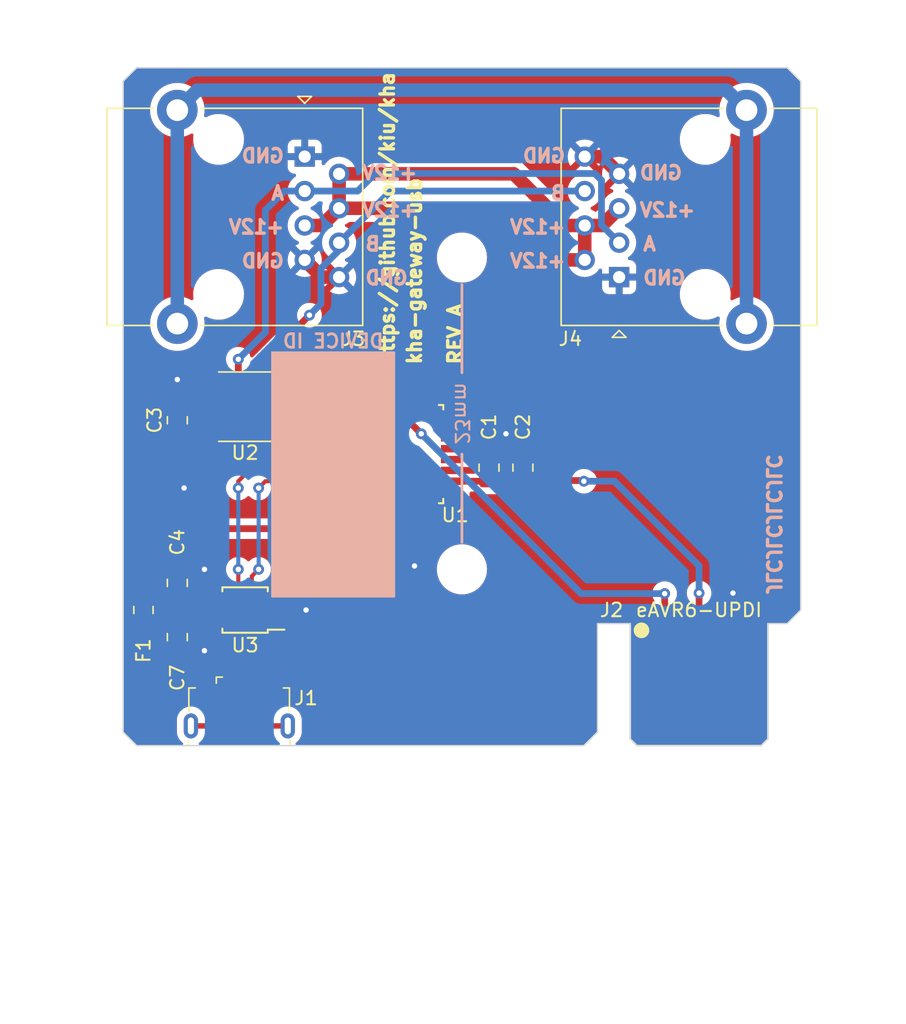
<source format=kicad_pcb>
(kicad_pcb (version 20221018) (generator pcbnew)
  (layers (0 "F.Cu" signal) (31 "B.Cu" signal) (34 "B.Paste" user) (35 "F.Paste" user) (36 "B.SilkS" user "B.Silkscreen") (37 "F.SilkS" user "F.Silkscreen") (38 "B.Mask" user) (39 "F.Mask" user) (44 "Edge.Cuts" user))
  (net 0 "")
  (net 1 "+5V")
  (net 2 "GND")
  (net 3 "UPDI")
  (net 4 "Net-(U3-V3)")
  (net 5 "BUS_RX")
  (net 6 "BUS_DIR")
  (net 7 "BUS_TX")
  (net 8 "Net-(J1-VBUS)")
  (net 9 "Net-(J1-D-)")
  (net 25 "+12V")
  (net 27 "485A")
  (net 28 "485B")
  (net 29 "Net-(J1-D+)")
  (net 33 "unconnected-(J1-Shield-Pad6)")
  (net 34 "Net-(J3-PadSH)")
  (net 35 "USB_TX")
  (net 36 "USB_RX")
  (footprint "Fuse:Fuse_0805_2012Metric" (layer "F.Cu") (at 90.5 78 90)
    (fp_text reference "F1" (at -3 0 90) (layer "F.SilkS"))
    (fp_text value "Polyfuse")
    (fp_line (start -0.258578 -0.71) (end 0.258578 -0.71) (stroke (width 0.12)) (layer "F.SilkS"))
    (fp_line (start -0.258578 0.71) (end 0.258578 0.71) (stroke (width 0.12)) (layer "F.SilkS"))
    (pad "1" smd roundrect (at -0.9375 0 90) (size 0.975 1.4) (layers "F.Cu" "F.Paste" "F.Mask") (net 8 "Net-(J1-VBUS)"))
    (pad "2" smd roundrect (at 0.9375 0 90) (size 0.975 1.4) (layers "F.Cu" "F.Paste" "F.Mask") (net 1 "+5V"))
  )
  (footprint "MountingHole:MountingHole_3.2mm_M3_DIN965" (layer "F.Cu") (at 114 52)
    (fp_text reference "H1" hide)
    (fp_text value "MountingHole")
    (pad "" np_thru_hole circle (at 0 0) (size 3.2 3.2) (drill 3.2) (layers "*.Cu" "*.Mask"))
  )
  (footprint "Package_SO:MSOP-10_3x3mm_P0.5mm" (layer "F.Cu") (at 98 78 180)
    (fp_text reference "U3" (at 0 -2.6) (layer "F.SilkS"))
    (fp_text value "CH340E")
    (fp_line (start -1.675 -1.675) (end -1.675 -1.45) (stroke (width 0.15)) (layer "F.SilkS"))
    (fp_line (start -1.675 -1.675) (end 1.675 -1.675) (stroke (width 0.15)) (layer "F.SilkS"))
    (fp_line (start -1.675 -1.45) (end -2.9 -1.45) (stroke (width 0.15)) (layer "F.SilkS"))
    (fp_line (start -1.675 1.675) (end -1.675 1.375) (stroke (width 0.15)) (layer "F.SilkS"))
    (fp_line (start -1.675 1.675) (end 1.675 1.675) (stroke (width 0.15)) (layer "F.SilkS"))
    (fp_line (start 1.675 -1.675) (end 1.675 -1.375) (stroke (width 0.15)) (layer "F.SilkS"))
    (fp_line (start 1.675 1.675) (end 1.675 1.375) (stroke (width 0.15)) (layer "F.SilkS"))
    (pad "1" smd rect (at -2.2 -1 180) (size 1.4 0.3) (layers "F.Cu" "F.Paste" "F.Mask") (net 29 "Net-(J1-D+)"))
    (pad "2" smd rect (at -2.2 -0.5 180) (size 1.4 0.3) (layers "F.Cu" "F.Paste" "F.Mask") (net 9 "Net-(J1-D-)"))
    (pad "3" smd rect (at -2.2 0 180) (size 1.4 0.3) (layers "F.Cu" "F.Paste" "F.Mask") (net 2 "GND"))
    (pad "4" smd rect (at -2.2 0.5 180) (size 1.4 0.3) (layers "F.Cu" "F.Paste" "F.Mask"))
    (pad "5" smd rect (at -2.2 1 180) (size 1.4 0.3) (layers "F.Cu" "F.Paste" "F.Mask"))
    (pad "6" smd rect (at 2.2 1 180) (size 1.4 0.3) (layers "F.Cu" "F.Paste" "F.Mask"))
    (pad "7" smd rect (at 2.2 0.5 180) (size 1.4 0.3) (layers "F.Cu" "F.Paste" "F.Mask") (net 1 "+5V"))
    (pad "8" smd rect (at 2.2 0 180) (size 1.4 0.3) (layers "F.Cu" "F.Paste" "F.Mask") (net 35 "USB_TX"))
    (pad "9" smd rect (at 2.2 -0.5 180) (size 1.4 0.3) (layers "F.Cu" "F.Paste" "F.Mask") (net 36 "USB_RX"))
    (pad "10" smd rect (at 2.2 -1 180) (size 1.4 0.3) (layers "F.Cu" "F.Paste" "F.Mask") (net 4 "Net-(U3-V3)"))
  )
  (footprint "kiu:GDLX-S-88K" (layer "F.Cu") (at 93 49 -90)
    (fp_text reference "J3" (at 9 -13 unlocked) (layer "F.SilkS"))
    (fp_text value "RJ45_Shielded")
    (fp_line (start -8.886 -9.906) (end -8.886 -8.89) (stroke (width 0.12)) (layer "F.SilkS"))
    (fp_line (start -8.886 -8.89) (end -8.378 -9.398) (stroke (width 0.12)) (layer "F.SilkS"))
    (fp_line (start -8.378 -9.398) (end -8.886 -9.906) (stroke (width 0.12)) (layer "F.SilkS"))
    (fp_line (start -8.01 -13.678) (end -8.01 -1.748) (stroke (width 0.12)) (layer "F.SilkS"))
    (fp_line (start -8.01 1.752) (end -8.01 5.192) (stroke (width 0.12)) (layer "F.SilkS"))
    (fp_line (start 8.01 -13.678) (end -8.01 -13.678) (stroke (width 0.12)) (layer "F.SilkS"))
    (fp_line (start 8.01 -13.678) (end 8.01 -1.748) (stroke (width 0.12)) (layer "F.SilkS"))
    (fp_line (start 8.01 1.752) (end 8.01 5.192) (stroke (width 0.12)) (layer "F.SilkS"))
    (fp_line (start 8.01 5.192) (end -8.01 5.192) (stroke (width 0.12)) (layer "F.SilkS"))
    (pad "" np_thru_hole circle (at -5.715 -3.048 270) (size 3.25 3.25) (drill 3.25) (layers "*.Cu" "*.Mask"))
    (pad "" np_thru_hole circle (at 5.715 -3.048 90) (size 3.25 3.25) (drill 3.25) (layers "*.Cu" "*.Mask"))
    (pad "1" thru_hole rect (at -4.445 -9.398 90) (size 1.5 1.5) (drill 0.9) (layers "*.Cu" "*.Mask") (net 2 "GND"))
    (pad "2" thru_hole circle (at -3.175 -11.938 90) (size 1.5 1.5) (drill 0.9) (layers "*.Cu" "*.Mask") (net 25 "+12V"))
    (pad "3" thru_hole circle (at -1.905 -9.398 90) (size 1.5 1.5) (drill 0.9) (layers "*.Cu" "*.Mask") (net 27 "485A"))
    (pad "4" thru_hole circle (at -0.635 -11.938 90) (size 1.5 1.5) (drill 0.9) (layers "*.Cu" "*.Mask") (net 25 "+12V"))
    (pad "5" thru_hole circle (at 0.635 -9.398 90) (size 1.5 1.5) (drill 0.9) (layers "*.Cu" "*.Mask") (net 25 "+12V"))
    (pad "6" thru_hole circle (at 1.905 -11.938 90) (size 1.5 1.5) (drill 0.9) (layers "*.Cu" "*.Mask") (net 28 "485B"))
    (pad "7" thru_hole circle (at 3.175 -9.398 90) (size 1.5 1.5) (drill 0.9) (layers "*.Cu" "*.Mask") (net 2 "GND"))
    (pad "8" thru_hole circle (at 4.445 -11.938 90) (size 1.5 1.5) (drill 0.9) (layers "*.Cu" "*.Mask") (net 2 "GND"))
    (pad "SH" thru_hole circle (at -7.874 0.002 270) (size 3 3) (drill 1.6) (layers "*.Cu" "*.Mask") (net 34 "Net-(J3-PadSH)"))
    (pad "SH" thru_hole circle (at 7.874 0 90) (size 3 3) (drill 1.6) (layers "*.Cu" "*.Mask") (net 34 "Net-(J3-PadSH)"))
  )
  (footprint "MountingHole:MountingHole_3.2mm_M3_DIN965" (layer "F.Cu") (at 114 75)
    (fp_text reference "H2" hide)
    (fp_text value "MountingHole")
    (pad "" np_thru_hole circle (at 0 0) (size 3.2 3.2) (drill 3.2) (layers "*.Cu" "*.Mask"))
  )
  (footprint "Package_QFP:TQFP-32_7x7mm_P0.8mm" (layer "F.Cu") (at 109 66.5)
    (fp_text reference "U1" (at 4.5 4.5) (layer "F.SilkS"))
    (fp_text value "AVR64DD32")
    (fp_line (start -3.625 -3.625) (end -3.625 -3.4) (stroke (width 0.15)) (layer "F.SilkS"))
    (fp_line (start -3.625 -3.625) (end -3.3 -3.625) (stroke (width 0.15)) (layer "F.SilkS"))
    (fp_line (start -3.625 -3.4) (end -5.05 -3.4) (stroke (width 0.15)) (layer "F.SilkS"))
    (fp_line (start -3.625 3.625) (end -3.625 3.3) (stroke (width 0.15)) (layer "F.SilkS"))
    (fp_line (start -3.625 3.625) (end -3.3 3.625) (stroke (width 0.15)) (layer "F.SilkS"))
    (fp_line (start 3.625 -3.625) (end 3.3 -3.625) (stroke (width 0.15)) (layer "F.SilkS"))
    (fp_line (start 3.625 -3.625) (end 3.625 -3.3) (stroke (width 0.15)) (layer "F.SilkS"))
    (fp_line (start 3.625 3.625) (end 3.3 3.625) (stroke (width 0.15)) (layer "F.SilkS"))
    (fp_line (start 3.625 3.625) (end 3.625 3.3) (stroke (width 0.15)) (layer "F.SilkS"))
    (pad "1" smd rect (at -4.25 -2.8) (size 1.6 0.55) (layers "F.Cu" "F.Paste" "F.Mask") (net 6 "BUS_DIR"))
    (pad "2" smd rect (at -4.25 -2) (size 1.6 0.55) (layers "F.Cu" "F.Paste" "F.Mask"))
    (pad "3" smd rect (at -4.25 -1.2) (size 1.6 0.55) (layers "F.Cu" "F.Paste" "F.Mask"))
    (pad "4" smd rect (at -4.25 -0.4) (size 1.6 0.55) (layers "F.Cu" "F.Paste" "F.Mask"))
    (pad "5" smd rect (at -4.25 0.4) (size 1.6 0.55) (layers "F.Cu" "F.Paste" "F.Mask"))
    (pad "6" smd rect (at -4.25 1.2) (size 1.6 0.55) (layers "F.Cu" "F.Paste" "F.Mask") (net 35 "USB_TX"))
    (pad "7" smd rect (at -4.25 2) (size 1.6 0.55) (layers "F.Cu" "F.Paste" "F.Mask") (net 36 "USB_RX"))
    (pad "8" smd rect (at -4.25 2.8) (size 1.6 0.55) (layers "F.Cu" "F.Paste" "F.Mask"))
    (pad "9" smd rect (at -2.8 4.25 90) (size 1.6 0.55) (layers "F.Cu" "F.Paste" "F.Mask"))
    (pad "10" smd rect (at -2 4.25 90) (size 1.6 0.55) (layers "F.Cu" "F.Paste" "F.Mask") (net 1 "+5V"))
    (pad "11" smd rect (at -1.2 4.25 90) (size 1.6 0.55) (layers "F.Cu" "F.Paste" "F.Mask"))
    (pad "12" smd rect (at -0.4 4.25 90) (size 1.6 0.55) (layers "F.Cu" "F.Paste" "F.Mask"))
    (pad "13" smd rect (at 0.4 4.25 90) (size 1.6 0.55) (layers "F.Cu" "F.Paste" "F.Mask"))
    (pad "14" smd rect (at 1.2 4.25 90) (size 1.6 0.55) (layers "F.Cu" "F.Paste" "F.Mask"))
    (pad "15" smd rect (at 2 4.25 90) (size 1.6 0.55) (layers "F.Cu" "F.Paste" "F.Mask"))
    (pad "16" smd rect (at 2.8 4.25 90) (size 1.6 0.55) (layers "F.Cu" "F.Paste" "F.Mask"))
    (pad "17" smd rect (at 4.25 2.8) (size 1.6 0.55) (layers "F.Cu" "F.Paste" "F.Mask"))
    (pad "18" smd rect (at 4.25 2) (size 1.6 0.55) (layers "F.Cu" "F.Paste" "F.Mask") (net 1 "+5V"))
    (pad "19" smd rect (at 4.25 1.2) (size 1.6 0.55) (layers "F.Cu" "F.Paste" "F.Mask") (net 2 "GND"))
    (pad "20" smd rect (at 4.25 0.4) (size 1.6 0.55) (layers "F.Cu" "F.Paste" "F.Mask"))
    (pad "21" smd rect (at 4.25 -0.4) (size 1.6 0.55) (layers "F.Cu" "F.Paste" "F.Mask"))
    (pad "22" smd rect (at 4.25 -1.2) (size 1.6 0.55) (layers "F.Cu" "F.Paste" "F.Mask"))
    (pad "23" smd rect (at 4.25 -2) (size 1.6 0.55) (layers "F.Cu" "F.Paste" "F.Mask"))
    (pad "24" smd rect (at 4.25 -2.8) (size 1.6 0.55) (layers "F.Cu" "F.Paste" "F.Mask"))
    (pad "25" smd rect (at 2.8 -4.25 90) (size 1.6 0.55) (layers "F.Cu" "F.Paste" "F.Mask"))
    (pad "26" smd rect (at 2 -4.25 90) (size 1.6 0.55) (layers "F.Cu" "F.Paste" "F.Mask"))
    (pad "27" smd rect (at 1.2 -4.25 90) (size 1.6 0.55) (layers "F.Cu" "F.Paste" "F.Mask") (net 3 "UPDI"))
    (pad "28" smd rect (at 0.4 -4.25 90) (size 1.6 0.55) (layers "F.Cu" "F.Paste" "F.Mask") (net 1 "+5V"))
    (pad "29" smd rect (at -0.4 -4.25 90) (size 1.6 0.55) (layers "F.Cu" "F.Paste" "F.Mask") (net 2 "GND"))
    (pad "30" smd rect (at -1.2 -4.25 90) (size 1.6 0.55) (layers "F.Cu" "F.Paste" "F.Mask") (net 7 "BUS_TX"))
    (pad "31" smd rect (at -2 -4.25 90) (size 1.6 0.55) (layers "F.Cu" "F.Paste" "F.Mask") (net 5 "BUS_RX"))
    (pad "32" smd rect (at -2.8 -4.25 90) (size 1.6 0.55) (layers "F.Cu" "F.Paste" "F.Mask"))
  )
  (footprint "Capacitor_SMD:C_0805_2012Metric" (layer "F.Cu") (at 118.5 67.5 90)
    (fp_text reference "C2" (at 3 0 90) (layer "F.SilkS"))
    (fp_text value "100nF")
    (fp_line (start -0.261252 -0.735) (end 0.261252 -0.735) (stroke (width 0.12)) (layer "F.SilkS"))
    (fp_line (start -0.261252 0.735) (end 0.261252 0.735) (stroke (width 0.12)) (layer "F.SilkS"))
    (pad "1" smd roundrect (at -0.95 0 90) (size 1 1.45) (layers "F.Cu" "F.Paste" "F.Mask") (net 1 "+5V"))
    (pad "2" smd roundrect (at 0.95 0 90) (size 1 1.45) (layers "F.Cu" "F.Paste" "F.Mask") (net 2 "GND"))
  )
  (footprint "kiu:GCT-USB3076-30-A" (layer "F.Cu") (at 97.575 88)
    (fp_text reference "J1" (at 4.925 -3.5 unlocked) (layer "F.SilkS"))
    (fp_text value "USB_B_Micro")
    (fp_line (start -3.75 -0.1) (end -3.75 -0.35) (stroke (width 0.12)) (layer "F.SilkS"))
    (fp_line (start -3.725 -4.25) (end -3.25 -4.25) (stroke (width 0.12)) (layer "F.SilkS"))
    (fp_line (start -3.725 -2.5) (end -3.725 -4.25) (stroke (width 0.12)) (layer "F.SilkS"))
    (fp_line (start -1.7 -5.05) (end -1.7 -4.6) (stroke (width 0.12)) (layer "F.SilkS"))
    (fp_line (start -1.7 -5.05) (end -1.25 -5.05) (stroke (width 0.12)) (layer "F.SilkS"))
    (fp_line (start 3.7 -4.25) (end 3.25 -4.25) (stroke (width 0.12)) (layer "F.SilkS"))
    (fp_line (start 3.7 -2.5) (end 3.7 -4.25) (stroke (width 0.12)) (layer "F.SilkS"))
    (fp_line (start 3.75 -0.1) (end 3.75 -0.35) (stroke (width 0.12)) (layer "F.SilkS"))
    (pad "1" smd rect (at -1.3 -4.1) (size 0.4 1.4) (layers "F.Cu" "F.Paste" "F.Mask") (net 8 "Net-(J1-VBUS)"))
    (pad "2" smd rect (at -0.65 -4.1) (size 0.4 1.4) (layers "F.Cu" "F.Paste" "F.Mask") (net 9 "Net-(J1-D-)"))
    (pad "3" smd rect (at 0 -4.1) (size 0.4 1.4) (layers "F.Cu" "F.Paste" "F.Mask") (net 29 "Net-(J1-D+)"))
    (pad "4" smd rect (at 0.65 -4.1) (size 0.4 1.4) (layers "F.Cu" "F.Paste" "F.Mask"))
    (pad "5" smd rect (at 1.3 -4.1) (size 0.4 1.4) (layers "F.Cu" "F.Paste" "F.Mask") (net 2 "GND"))
    (pad "6" thru_hole oval (at -3.575 -1.45 180) (size 1.05 1.85) (drill oval 0.45 1.25) (layers "*.Cu" "*.Mask") (net 33 "unconnected-(J1-Shield-Pad6)"))
    (pad "6" smd rect (at -2.32 -3.68) (size 1.15 1.45) (layers "F.Cu" "F.Paste" "F.Mask") (net 33 "unconnected-(J1-Shield-Pad6)"))
    (pad "6" smd rect (at -1.2375 -1.45) (size 1.975 1.9) (layers "F.Cu" "F.Paste" "F.Mask") (net 33 "unconnected-(J1-Shield-Pad6)"))
    (pad "6" smd rect (at 1.2375 -1.45) (size 1.975 1.9) (layers "F.Cu" "F.Paste" "F.Mask") (net 33 "unconnected-(J1-Shield-Pad6)"))
    (pad "6" smd rect (at 2.32 -3.68) (size 1.15 1.45) (layers "F.Cu" "F.Paste" "F.Mask") (net 33 "unconnected-(J1-Shield-Pad6)"))
    (pad "6" thru_hole oval (at 3.575 -1.45) (size 1.05 1.85) (drill oval 0.45 1.25) (layers "*.Cu" "*.Mask") (net 33 "unconnected-(J1-Shield-Pad6)"))
  )
  (footprint "Package_SO:SOIC-8_3.9x4.9mm_P1.27mm" (layer "F.Cu") (at 98 63 180)
    (fp_text reference "U2" (at 0 -3.4 180) (layer "F.SilkS"))
    (fp_text value "SP481E")
    (fp_line (start 0 -2.56) (end -3.45 -2.56) (stroke (width 0.12)) (layer "F.SilkS"))
    (fp_line (start 0 -2.56) (end 1.95 -2.56) (stroke (width 0.12)) (layer "F.SilkS"))
    (fp_line (start 0 2.56) (end -1.95 2.56) (stroke (width 0.12)) (layer "F.SilkS"))
    (fp_line (start 0 2.56) (end 1.95 2.56) (stroke (width 0.12)) (layer "F.SilkS"))
    (pad "1" smd roundrect (at -2.475 -1.905 180) (size 1.95 0.6) (layers "F.Cu" "F.Paste" "F.Mask") (net 5 "BUS_RX"))
    (pad "2" smd roundrect (at -2.475 -0.635 180) (size 1.95 0.6) (layers "F.Cu" "F.Paste" "F.Mask") (net 6 "BUS_DIR"))
    (pad "3" smd roundrect (at -2.475 0.635 180) (size 1.95 0.6) (layers "F.Cu" "F.Paste" "F.Mask") (net 6 "BUS_DIR"))
    (pad "4" smd roundrect (at -2.475 1.905 180) (size 1.95 0.6) (layers "F.Cu" "F.Paste" "F.Mask") (net 7 "BUS_TX"))
    (pad "5" smd roundrect (at 2.475 1.905 180) (size 1.95 0.6) (layers "F.Cu" "F.Paste" "F.Mask") (net 2 "GND"))
    (pad "6" smd roundrect (at 2.475 0.635 180) (size 1.95 0.6) (layers "F.Cu" "F.Paste" "F.Mask") (net 27 "485A"))
    (pad "7" smd roundrect (at 2.475 -0.635 180) (size 1.95 0.6) (layers "F.Cu" "F.Paste" "F.Mask") (net 28 "485B"))
    (pad "8" smd roundrect (at 2.475 -1.905 180) (size 1.95 0.6) (layers "F.Cu" "F.Paste" "F.Mask") (net 1 "+5V"))
  )
  (footprint "Capacitor_SMD:C_0805_2012Metric" (layer "F.Cu") (at 108 73.5)
    (fp_text reference "C5" (at -3 0) (layer "F.SilkS"))
    (fp_text value "10nF")
    (fp_line (start -0.261252 -0.735) (end 0.261252 -0.735) (stroke (width 0.12)) (layer "F.SilkS"))
    (fp_line (start -0.261252 0.735) (end 0.261252 0.735) (stroke (width 0.12)) (layer "F.SilkS"))
    (pad "1" smd roundrect (at -0.95 0) (size 1 1.45) (layers "F.Cu" "F.Paste" "F.Mask") (net 1 "+5V"))
    (pad "2" smd roundrect (at 0.95 0) (size 1 1.45) (layers "F.Cu" "F.Paste" "F.Mask") (net 2 "GND"))
  )
  (footprint "Capacitor_SMD:C_0805_2012Metric" (layer "F.Cu") (at 93 80 -90)
    (fp_text reference "C7" (at 3 0 90) (layer "F.SilkS"))
    (fp_text value "100nF")
    (fp_line (start -0.261252 -0.735) (end 0.261252 -0.735) (stroke (width 0.12)) (layer "F.SilkS"))
    (fp_line (start -0.261252 0.735) (end 0.261252 0.735) (stroke (width 0.12)) (layer "F.SilkS"))
    (pad "1" smd roundrect (at -0.95 0 270) (size 1 1.45) (layers "F.Cu" "F.Paste" "F.Mask") (net 4 "Net-(U3-V3)"))
    (pad "2" smd roundrect (at 0.95 0 270) (size 1 1.45) (layers "F.Cu" "F.Paste" "F.Mask") (net 2 "GND"))
  )
  (footprint "Capacitor_SMD:C_0805_2012Metric" (layer "F.Cu") (at 108 76)
    (fp_text reference "C6" (at -3 0) (layer "F.SilkS"))
    (fp_text value "100nF")
    (fp_line (start -0.261252 -0.735) (end 0.261252 -0.735) (stroke (width 0.12)) (layer "F.SilkS"))
    (fp_line (start -0.261252 0.735) (end 0.261252 0.735) (stroke (width 0.12)) (layer "F.SilkS"))
    (pad "1" smd roundrect (at -0.95 0) (size 1 1.45) (layers "F.Cu" "F.Paste" "F.Mask") (net 1 "+5V"))
    (pad "2" smd roundrect (at 0.95 0) (size 1 1.45) (layers "F.Cu" "F.Paste" "F.Mask") (net 2 "GND"))
  )
  (footprint "Capacitor_SMD:C_0805_2012Metric" (layer "F.Cu") (at 93 64 90)
    (fp_text reference "C3" (at 0 -1.68 90) (layer "F.SilkS"))
    (fp_text value "100nF")
    (fp_line (start -0.261252 -0.735) (end 0.261252 -0.735) (stroke (width 0.12)) (layer "F.SilkS"))
    (fp_line (start -0.261252 0.735) (end 0.261252 0.735) (stroke (width 0.12)) (layer "F.SilkS"))
    (pad "1" smd roundrect (at -0.95 0 90) (size 1 1.45) (layers "F.Cu" "F.Paste" "F.Mask") (net 1 "+5V"))
    (pad "2" smd roundrect (at 0.95 0 90) (size 1 1.45) (layers "F.Cu" "F.Paste" "F.Mask") (net 2 "GND"))
  )
  (footprint "kiu:GDLX-S-88K" (layer "F.Cu") (at 135 49 90)
    (fp_text reference "J4" (at -9 -13 unlocked) (layer "F.SilkS"))
    (fp_text value "RJ45_Shielded")
    (fp_line (start -8.886 -9.906) (end -8.886 -8.89) (stroke (width 0.12)) (layer "F.SilkS"))
    (fp_line (start -8.886 -8.89) (end -8.378 -9.398) (stroke (width 0.12)) (layer "F.SilkS"))
    (fp_line (start -8.378 -9.398) (end -8.886 -9.906) (stroke (width 0.12)) (layer "F.SilkS"))
    (fp_line (start -8.01 -13.678) (end -8.01 -1.748) (stroke (width 0.12)) (layer "F.SilkS"))
    (fp_line (start -8.01 1.752) (end -8.01 5.192) (stroke (width 0.12)) (layer "F.SilkS"))
    (fp_line (start 8.01 -13.678) (end -8.01 -13.678) (stroke (width 0.12)) (layer "F.SilkS"))
    (fp_line (start 8.01 -13.678) (end 8.01 -1.748) (stroke (width 0.12)) (layer "F.SilkS"))
    (fp_line (start 8.01 1.752) (end 8.01 5.192) (stroke (width 0.12)) (layer "F.SilkS"))
    (fp_line (start 8.01 5.192) (end -8.01 5.192) (stroke (width 0.12)) (layer "F.SilkS"))
    (pad "" np_thru_hole circle (at -5.715 -3.048 90) (size 3.25 3.25) (drill 3.25) (layers "*.Cu" "*.Mask"))
    (pad "" np_thru_hole circle (at 5.715 -3.048 270) (size 3.25 3.25) (drill 3.25) (layers "*.Cu" "*.Mask"))
    (pad "1" thru_hole rect (at -4.445 -9.398 270) (size 1.5 1.5) (drill 0.9) (layers "*.Cu" "*.Mask") (net 2 "GND"))
    (pad "2" thru_hole circle (at -3.175 -11.938 270) (size 1.5 1.5) (drill 0.9) (layers "*.Cu" "*.Mask") (net 25 "+12V"))
    (pad "3" thru_hole circle (at -1.905 -9.398 270) (size 1.5 1.5) (drill 0.9) (layers "*.Cu" "*.Mask") (net 27 "485A"))
    (pad "4" thru_hole circle (at -0.635 -11.938 270) (size 1.5 1.5) (drill 0.9) (layers "*.Cu" "*.Mask") (net 25 "+12V"))
    (pad "5" thru_hole circle (at 0.635 -9.398 270) (size 1.5 1.5) (drill 0.9) (layers "*.Cu" "*.Mask") (net 25 "+12V"))
    (pad "6" thru_hole circle (at 1.905 -11.938 270) (size 1.5 1.5) (drill 0.9) (layers "*.Cu" "*.Mask") (net 28 "485B"))
    (pad "7" thru_hole circle (at 3.175 -9.398 270) (size 1.5 1.5) (drill 0.9) (layers "*.Cu" "*.Mask") (net 2 "GND"))
    (pad "8" thru_hole circle (at 4.445 -11.938 270) (size 1.5 1.5) (drill 0.9) (layers "*.Cu" "*.Mask") (net 2 "GND"))
    (pad "SH" thru_hole circle (at -7.874 0.002 90) (size 3 3) (drill 1.6) (layers "*.Cu" "*.Mask") (net 34 "Net-(J3-PadSH)"))
    (pad "SH" thru_hole circle (at 7.874 0 270) (size 3 3) (drill 1.6) (layers "*.Cu" "*.Mask") (net 34 "Net-(J3-PadSH)"))
  )
  (footprint "Capacitor_SMD:C_0805_2012Metric" (layer "F.Cu") (at 116 67.5 90)
    (fp_text reference "C1" (at 3 0 90) (layer "F.SilkS"))
    (fp_text value "10nF")
    (fp_line (start -0.261252 -0.735) (end 0.261252 -0.735) (stroke (width 0.12)) (layer "F.SilkS"))
    (fp_line (start -0.261252 0.735) (end 0.261252 0.735) (stroke (width 0.12)) (layer "F.SilkS"))
    (pad "1" smd roundrect (at -0.95 0 90) (size 1 1.45) (layers "F.Cu" "F.Paste" "F.Mask") (net 1 "+5V"))
    (pad "2" smd roundrect (at 0.95 0 90) (size 1 1.45) (layers "F.Cu" "F.Paste" "F.Mask") (net 2 "GND"))
  )
  (footprint "Capacitor_SMD:C_0805_2012Metric" (layer "F.Cu") (at 93 76 90)
    (fp_text reference "C4" (at 3 0 90) (layer "F.SilkS"))
    (fp_text value "100nF")
    (fp_line (start -0.261252 -0.735) (end 0.261252 -0.735) (stroke (width 0.12)) (layer "F.SilkS"))
    (fp_line (start -0.261252 0.735) (end 0.261252 0.735) (stroke (width 0.12)) (layer "F.SilkS"))
    (pad "1" smd roundrect (at -0.95 0 90) (size 1 1.45) (layers "F.Cu" "F.Paste" "F.Mask") (net 1 "+5V"))
    (pad "2" smd roundrect (at 0.95 0 90) (size 1 1.45) (layers "F.Cu" "F.Paste" "F.Mask") (net 2 "GND"))
  )
  (footprint "kiu-eAVR:eAVR6-UPDI-F" (layer "F.Cu") (at 131.5 88)
    (fp_text reference "J2" (at -5.5 -10) (layer "F.SilkS") (effects (justify right)))
    (fp_text value "AVR-UPDI-6" hide)
    (fp_text user "eAVR6-UPDI" (at -4.75 -10 unlocked) (layer "F.SilkS") (effects (justify left)))
    (fp_circle (center -4.25 -8.5) (end -3.75 -8.5) (stroke (width 0.15)) (fill solid) (layer "F.SilkS"))
    (fp_line (start -5.08 -9) (end -5.08 -0.5) (stroke (width 0.12)) (layer "Edge.Cuts"))
    (fp_line (start -5.08 -0.5) (end -4.58 0) (stroke (width 0.12)) (layer "Edge.Cuts"))
    (fp_line (start -4.58 0) (end 4.58 0) (stroke (width 0.12)) (layer "Edge.Cuts"))
    (fp_line (start 5.08 -9) (end 5.08 -0.5) (stroke (width 0.12)) (layer "Edge.Cuts"))
    (fp_line (start 5.08 -0.5) (end 4.58 0) (stroke (width 0.12)) (layer "Edge.Cuts"))
    (pad "1" connect rect (at -2.54 -5) (size 1.4 8) (layers "F.Cu" "F.Mask") (net 3 "UPDI"))
    (pad "2" connect rect (at 0 -5) (size 1.4 8) (layers "F.Cu" "F.Mask") (net 1 "+5V"))
    (pad "6" connect rect (at 2.54 -5) (size 1.4 8) (layers "F.Cu" "F.Mask") (net 2 "GND"))
  )
  (gr_rect (start 100 58.996825) (end 109 77.003175) (stroke (width 0.15)) (fill solid) (layer "B.SilkS"))
  (gr_line (start 114 66.5) (end 114 73) (stroke (width 0.2)) (layer "B.SilkS"))
  (gr_line (start 114 54) (end 114 60.5) (stroke (width 0.2)) (layer "B.SilkS"))
  (gr_line (start 126.42 79) (end 124 79) (stroke (width 0.1)) (layer "Edge.Cuts"))
  (gr_line (start 89 39) (end 89 87) (stroke (width 0.1)) (layer "Edge.Cuts"))
  (gr_line (start 138 79) (end 139 78) (stroke (width 0.1)) (layer "Edge.Cuts"))
  (gr_line (start 139 39) (end 139 78) (stroke (width 0.1)) (layer "Edge.Cuts"))
  (gr_line (start 89 39) (end 90 38) (stroke (width 0.1)) (layer "Edge.Cuts"))
  (gr_line (start 138 79) (end 136.58 79) (stroke (width 0.1)) (layer "Edge.Cuts"))
  (gr_line (start 124 87) (end 124 79) (stroke (width 0.1)) (layer "Edge.Cuts"))
  (gr_line (start 123 88) (end 124 87) (stroke (width 0.1)) (layer "Edge.Cuts"))
  (gr_line (start 138 38) (end 139 39) (stroke (width 0.1)) (layer "Edge.Cuts"))
  (gr_line (start 89 87) (end 90 88) (stroke (width 0.1)) (layer "Edge.Cuts"))
  (gr_line (start 90 38) (end 138 38) (stroke (width 0.1)) (layer "Edge.Cuts"))
  (gr_line (start 90 88) (end 123 88) (stroke (width 0.1)) (layer "Edge.Cuts"))
  (gr_text "DEVICE ID" (at 104.5 58.75) (layer "B.SilkS") (effects (font (size 1 1) (thickness 0.2) bold) (justify bottom mirror)))
  (gr_text "+12V" (at 121.75 52.25) (layer "B.SilkS") (effects (font (size 1 1) (thickness 0.25)) (justify left mirror)))
  (gr_text "GND" (at 127.25 53.5) (layer "B.SilkS") (effects (font (size 1 1) (thickness 0.25)) (justify right mirror)))
  (gr_text "B" (at 106.75 51) (layer "B.SilkS") (effects (font (size 1 1) (thickness 0.25)) (justify right mirror)))
  (gr_text "GND" (at 121.75 44.5) (layer "B.SilkS") (effects (font (size 1 1) (thickness 0.25)) (justify left mirror)))
  (gr_text "GND" (at 101 52.25) (layer "B.SilkS") (effects (font (size 1 1) (thickness 0.25)) (justify left mirror)))
  (gr_text "B" (at 121.75 47.25) (layer "B.SilkS") (effects (font (size 1 1) (thickness 0.25)) (justify left mirror)))
  (gr_text "GND" (at 106.75 53.5) (layer "B.SilkS") (effects (font (size 1 1) (thickness 0.25)) (justify right mirror)))
  (gr_text "+12V" (at 121.75 49.75) (layer "B.SilkS") (effects (font (size 1 1) (thickness 0.25)) (justify left mirror)))
  (gr_text "GND" (at 127 45.75) (layer "B.SilkS") (effects (font (size 1 1) (thickness 0.25)) (justify right mirror)))
  (gr_text "JLCJLCJLCJLC" (at 137 77 270) (layer "B.SilkS") (effects (font (size 1 1) (thickness 0.25)) (justify left mirror)))
  (gr_text "+12V" (at 101 49.75) (layer "B.SilkS") (effects (font (size 1 1) (thickness 0.25)) (justify left mirror)))
  (gr_text "A" (at 101 47.25) (layer "B.SilkS") (effects (font (size 1 1) (thickness 0.25)) (justify left mirror)))
  (gr_text "GND" (at 101 44.5) (layer "B.SilkS") (effects (font (size 1 1) (thickness 0.25)) (justify left mirror)))
  (gr_text "A" (at 127.25 51) (layer "B.SilkS") (effects (font (size 1 1) (thickness 0.25)) (justify right mirror)))
  (gr_text "+12V" (at 106.5 45.75) (layer "B.SilkS") (effects (font (size 1 1) (thickness 0.25)) (justify right mirror)))
  (gr_text "+12V" (at 106.5 48.5) (layer "B.SilkS") (effects (font (size 1 1) (thickness 0.25)) (justify right mirror)))
  (gr_text "23mm" (at 114 63.5 270) (layer "B.SilkS") (effects (font (size 1 1)) (justify mirror)))
  (gr_text "+12V" (at 127 48.5) (layer "B.SilkS") (effects (font (size 1 1) (thickness 0.25)) (justify right mirror)))
  (gr_text "REV A" (at 113.5 60 90) (layer "F.SilkS") (effects (font (size 1 1) (thickness 0.25)) (justify left)))
  (gr_text "https://github.com/kiu/kha" (at 108.5 60 90) (layer "F.SilkS") (effects (font (size 1 1) (thickness 0.25)) (justify left)))
  (gr_text "kha-gateway-usb" (at 110.5 60 90) (layer "F.SilkS") (effects (font (size 1 1) (thickness 0.25)) (justify left)))
  (segment (start 110 68.5) (end 108.075 68.5) (width 0.5) (layer "F.Cu") (net 1))
  (segment (start 95.525 64.905) (end 93.25 64.905) (width 0.5) (layer "F.Cu") (net 1))
  (segment (start 90.5 66) (end 90.5 72) (width 0.5) (layer "F.Cu") (net 1))
  (segment (start 115.95 68.5) (end 116 68.45) (width 0.5) (layer "F.Cu") (net 1))
  (segment (start 92.8875 77.0625) (end 93 76.95) (width 0.5) (layer "F.Cu") (net 1))
  (segment (start 110 68.5) (end 113.25 68.5) (width 0.5) (layer "F.Cu") (net 1))
  (segment (start 93.25 64.905) (end 93.25 64.95) (width 0.5) (layer "F.Cu") (net 1))
  (segment (start 118.5 68.45) (end 122.95 68.45) (width 0.5) (layer "F.Cu") (net 1))
  (segment (start 107.05 73.5) (end 107.05 74.5) (width 0.5) (layer "F.Cu") (net 1))
  (segment (start 91.55 64.95) (end 90.5 66) (width 0.5) (layer "F.Cu") (net 1))
  (segment (start 109.4 67.9) (end 110 68.5) (width 0.5) (layer "F.Cu") (net 1))
  (segment (start 90.5 73) (end 90.5 77.0625) (width 0.5) (layer "F.Cu") (net 1))
  (segment (start 104.275 72.225) (end 104.05 72) (width 0.5) (layer "F.Cu") (net 1))
  (segment (start 108.075 68.5) (end 107 69.575) (width 0.5) (layer "F.Cu") (net 1))
  (segment (start 93 76.95) (end 93.55 77.5) (width 0.3) (layer "F.Cu") (net 1))
  (segment (start 118.5 68.45) (end 116 68.45) (width 0.5) (layer "F.Cu") (net 1))
  (segment (start 123 68.5) (end 123.05 68.45) (width 0.5) (layer "F.Cu") (net 1))
  (segment (start 90.5 72) (end 90.5 73) (width 0.5) (layer "F.Cu") (net 1))
  (segment (start 93.55 77.5) (end 95.8 77.5) (width 0.3) (layer "F.Cu") (net 1))
  (segment (start 109.4 66.5) (end 109.4 67.9) (width 0.5) (layer "F.Cu") (net 1))
  (segment (start 107 69.575) (end 107 70.75) (width 0.5) (layer "F.Cu") (net 1))
  (segment (start 109.4 62.25) (end 109.4 66.5) (width 0.5) (layer "F.Cu") (net 1))
  (segment (start 107 73.45) (end 107.05 73.5) (width 0.5) (layer "F.Cu") (net 1))
  (segment (start 93 64.95) (end 91.55 64.95) (width 0.5) (layer "F.Cu") (net 1))
  (segment (start 104.05 72) (end 91.5 72) (width 0.5) (layer "F.Cu") (net 1))
  (segment (start 107.05 75) (end 107.05 75.9) (width 0.5) (layer "F.Cu") (net 1))
  (segment (start 122.95 68.45) (end 123 68.5) (width 0.5) (layer "F.Cu") (net 1))
  (segment (start 104.275 72.225) (end 107.05 75) (width 0.5) (layer "F.Cu") (net 1))
  (segment (start 131.5 83) (end 131.5 76.75) (width 0.5) (layer "F.Cu") (net 1))
  (segment (start 123.05 68.45) (end 123.2 68.45) (width 0.5) (layer "F.Cu") (net 1))
  (segment (start 91.5 72) (end 90.5 73) (width 0.5) (layer "F.Cu") (net 1))
  (segment (start 107.05 74.5) (end 107.05 75) (width 0.5) (layer "F.Cu") (net 1))
  (segment (start 113.25 68.5) (end 115.95 68.5) (width 0.5) (layer "F.Cu") (net 1))
  (segment (start 90.5 77.0625) (end 92.8875 77.0625) (width 0.5) (layer "F.Cu") (net 1))
  (segment (start 107 70.75) (end 107 73.45) (width 0.5) (layer "F.Cu") (net 1))
  (via (at 123 68.5) (size 0.8) (drill 0.4) (layers "F.Cu" "B.Cu") (net 1))
  (via (at 131.5 76.75) (size 0.8) (drill 0.4) (layers "F.Cu" "B.Cu") (net 1))
  (segment (start 123 68.5) (end 125.25 68.5) (width 0.5) (layer "B.Cu") (net 1))
  (segment (start 125.25 68.5) (end 131.5 74.75) (width 0.5) (layer "B.Cu") (net 1))
  (segment (start 131.5 74.75) (end 131.5 76.75) (width 0.5) (layer "B.Cu") (net 1))
  (segment (start 124.332 44.555) (end 125.602 45.825) (width 1) (layer "F.Cu") (net 2))
  (segment (start 95.525 61.095) (end 93.095 61.095) (width 0.5) (layer "F.Cu") (net 2))
  (segment (start 113.25 67.7) (end 114.85 67.7) (width 0.5) (layer "F.Cu") (net 2))
  (segment (start 104.938 53.445) (end 103.668 53.445) (width 1) (layer "F.Cu") (net 2))
  (segment (start 102.5 79.5) (end 102.5 78) (width 0.4) (layer "F.Cu") (net 2))
  (segment (start 108.6 57.107) (end 104.938 53.445) (width 0.5) (layer "F.Cu") (net 2))
  (segment (start 103.668 53.445) (end 102.398 52.175) (width 1) (layer "F.Cu") (net 2))
  (segment (start 114.85 67.7) (end 116 66.55) (width 0.5) (layer "F.Cu") (net 2))
  (segment (start 118.5 66.55) (end 116 66.55) (width 0.5) (layer "F.Cu") (net 2))
  (segment (start 93 63.05) (end 93 61) (width 0.5) (layer "F.Cu") (net 2))
  (segment (start 98.875 83.125) (end 102.5 79.5) (width 0.4) (layer "F.Cu") (net 2))
  (segment (start 134.04 83) (end 134.04 76.79) (width 0.5) (layer "F.Cu") (net 2))
  (segment (start 98.875 83.9) (end 98.875 83.125) (width 0.4) (layer "F.Cu") (net 2))
  (segment (start 123.062 44.555) (end 124.332 44.555) (width 1) (layer "F.Cu") (net 2))
  (segment (start 108.6 62.25) (end 108.6 57.107) (width 0.5) (layer "F.Cu") (net 2))
  (segment (start 100.2 78) (end 102.5 78) (width 0.3) (layer "F.Cu") (net 2))
  (segment (start 108.95 73.5) (end 108.95 75.9) (width 0.5) (layer "F.Cu") (net 2))
  (segment (start 93.095 61.095) (end 93 61) (width 0.5) (layer "F.Cu") (net 2))
  (via (at 110.5 74.75) (size 0.8) (drill 0.4) (layers "F.Cu" "B.Cu") (net 2))
  (via (at 93 61) (size 0.8) (drill 0.4) (layers "F.Cu" "B.Cu") (net 2))
  (via (at 134 76.75) (size 0.8) (drill 0.4) (layers "F.Cu" "B.Cu") (net 2))
  (via (at 102.5 78) (size 0.8) (drill 0.4) (layers "F.Cu" "B.Cu") (net 2))
  (via (at 95 75) (size 0.8) (drill 0.4) (layers "F.Cu" "B.Cu") (net 2))
  (via (at 95 81) (size 0.8) (drill 0.4) (layers "F.Cu" "B.Cu") (net 2))
  (via (at 93.5 69) (size 0.8) (drill 0.4) (layers "F.Cu" "B.Cu") (net 2))
  (via (at 117.25 65) (size 0.8) (drill 0.4) (layers "F.Cu" "B.Cu") (net 2))
  (segment (start 110.2 62.25) (end 110.2 64) (width 0.5) (layer "F.Cu") (net 3))
  (segment (start 111 65) (end 110.2 64.2) (width 0.5) (layer "F.Cu") (net 3))
  (segment (start 128.96 83) (end 128.96 76.79) (width 0.5) (layer "F.Cu") (net 3))
  (segment (start 110.2 64.2) (end 110.2 64) (width 0.5) (layer "F.Cu") (net 3))
  (via (at 111 65) (size 0.8) (drill 0.4) (layers "F.Cu" "B.Cu") (net 3))
  (via (at 128.96 76.79) (size 0.8) (drill 0.4) (layers "F.Cu" "B.Cu") (net 3))
  (segment (start 111 65) (end 122.79 76.79) (width 0.5) (layer "B.Cu") (net 3))
  (segment (start 122.79 76.79) (end 128.96 76.79) (width 0.5) (layer "B.Cu") (net 3))
  (segment (start 93.05 79) (end 93 79.05) (width 0.3) (layer "F.Cu") (net 4))
  (segment (start 95.8 79) (end 93.05 79) (width 0.3) (layer "F.Cu") (net 4))
  (segment (start 107 61) (end 107 62.25) (width 0.5) (layer "F.Cu") (net 5))
  (segment (start 101.345 64.905) (end 102.25 64) (width 0.5) (layer "F.Cu") (net 5))
  (segment (start 103.5 60) (end 106 60) (width 0.5) (layer "F.Cu") (net 5))
  (segment (start 102.25 64) (end 102.25 61.25) (width 0.5) (layer "F.Cu") (net 5))
  (segment (start 102.25 61.25) (end 103.5 60) (width 0.5) (layer "F.Cu") (net 5))
  (segment (start 100.475 64.905) (end 101.345 64.905) (width 0.5) (layer "F.Cu") (net 5))
  (segment (start 106 60) (end 107 61) (width 0.5) (layer "F.Cu") (net 5))
  (segment (start 99.5 66) (end 101.75 66) (width 0.5) (layer "F.Cu") (net 6))
  (segment (start 101.75 66) (end 103.35 64.4) (width 0.5) (layer "F.Cu") (net 6))
  (segment (start 99.25 63.635) (end 98.75 64.135) (width 0.5) (layer "F.Cu") (net 6))
  (segment (start 103.35 64.4) (end 103.35 63.9) (width 0.5) (layer "F.Cu") (net 6))
  (segment (start 103.55 63.7) (end 104.75 63.7) (width 0.5) (layer "F.Cu") (net 6))
  (segment (start 100.475 63.635) (end 99.25 63.635) (width 0.5) (layer "F.Cu") (net 6))
  (segment (start 103.35 63.9) (end 103.55 63.7) (width 0.5) (layer "F.Cu") (net 6))
  (segment (start 98.75 65.25) (end 99.5 66) (width 0.5) (layer "F.Cu") (net 6))
  (segment (start 100.475 62.365) (end 100.475 63.635) (width 0.5) (layer "F.Cu") (net 6))
  (segment (start 98.75 64.135) (end 98.75 65.25) (width 0.5) (layer "F.Cu") (net 6))
  (segment (start 100.475 60.025) (end 100.475 61.095) (width 0.5) (layer "F.Cu") (net 7))
  (segment (start 107.8 62.25) (end 107.8 60.3) (width 0.5) (layer "F.Cu") (net 7))
  (segment (start 101.5 59) (end 100.475 60.025) (width 0.5) (layer "F.Cu") (net 7))
  (segment (start 106.5 59) (end 101.5 59) (width 0.5) (layer "F.Cu") (net 7))
  (segment (start 107.8 60.3) (end 106.5 59) (width 0.5) (layer "F.Cu") (net 7))
  (segment (start 90.5 82) (end 90.5 78.9375) (width 0.4) (layer "F.Cu") (net 8))
  (segment (start 96.275 83.9) (end 96.275 82.775) (width 0.4) (layer "F.Cu") (net 8))
  (segment (start 96 82.5) (end 91 82.5) (width 0.4) (layer "F.Cu") (net 8))
  (segment (start 96.275 82.775) (end 96 82.5) (width 0.4) (layer "F.Cu") (net 8))
  (segment (start 91 82.5) (end 90.5 82) (width 0.4) (layer "F.Cu") (net 8))
  (segment (start 96.925 80.725) (end 96.925 83.9) (width 0.3) (layer "F.Cu") (net 9))
  (segment (start 100.2 78.5) (end 99.15 78.5) (width 0.3) (layer "F.Cu") (net 9))
  (segment (start 99.15 78.5) (end 96.925 80.725) (width 0.3) (layer "F.Cu") (net 9))
  (segment (start 123.062 49.635) (end 121.635 49.635) (width 1) (layer "F.Cu") (net 25))
  (segment (start 104.938 45.825) (end 104.938 48.365) (width 1) (layer "F.Cu") (net 25))
  (segment (start 123.062 49.635) (end 124.332 49.635) (width 1) (layer "F.Cu") (net 25))
  (segment (start 123.062 52.175) (end 121.175 52.175) (width 1) (layer "F.Cu") (net 25))
  (segment (start 117.365 48.365) (end 104.938 48.365) (width 1) (layer "F.Cu") (net 25))
  (segment (start 117.825 45.825) (end 104.938 45.825) (width 1) (layer "F.Cu") (net 25))
  (segment (start 121.635 49.635) (end 117.825 45.825) (width 1) (layer "F.Cu") (net 25))
  (segment (start 104.938 48.365) (end 103.668 49.635) (width 1) (layer "F.Cu") (net 25))
  (segment (start 103.668 49.635) (end 102.398 49.635) (width 1) (layer "F.Cu") (net 25))
  (segment (start 121.175 52.175) (end 117.365 48.365) (width 1) (layer "F.Cu") (net 25))
  (segment (start 123.062 49.635) (end 123.062 52.175) (width 1) (layer "F.Cu") (net 25))
  (segment (start 124.332 49.635) (end 125.602 48.365) (width 1) (layer "F.Cu") (net 25))
  (segment (start 97.5 61.5) (end 97.5 59.5) (width 0.5) (layer "F.Cu") (net 27))
  (segment (start 96.635 62.365) (end 97.5 61.5) (width 0.5) (layer "F.Cu") (net 27))
  (segment (start 95.525 62.365) (end 96.635 62.365) (width 0.5) (layer "F.Cu") (net 27))
  (via (at 97.5 59.5) (size 0.8) (drill 0.4) (layers "F.Cu" "B.Cu") (net 27))
  (segment (start 106.305 47.095) (end 107.6 45.8) (width 0.5) (layer "B.Cu") (net 27))
  (segment (start 102.398 47.095) (end 100.905 47.095) (width 0.5) (layer "B.Cu") (net 27))
  (segment (start 100.905 47.095) (end 99.5 48.5) (width 0.5) (layer "B.Cu") (net 27))
  (segment (start 105.365057 47.095) (end 106.305 47.095) (width 0.5) (layer "B.Cu") (net 27))
  (segment (start 107.6 45.8) (end 123.8 45.8) (width 0.5) (layer "B.Cu") (net 27))
  (segment (start 105.365057 47.095) (end 102.398 47.095) (width 0.5) (layer "B.Cu") (net 27))
  (segment (start 124.3 49.603) (end 125.602 50.905) (width 0.5) (layer "B.Cu") (net 27))
  (segment (start 124.3 46.3) (end 124.3 49.603) (width 0.5) (layer "B.Cu") (net 27))
  (segment (start 99.5 48.5) (end 99.5 57.5) (width 0.5) (layer "B.Cu") (net 27))
  (segment (start 123.8 45.8) (end 124.3 46.3) (width 0.5) (layer "B.Cu") (net 27))
  (segment (start 99.5 57.5) (end 97.5 59.5) (width 0.5) (layer "B.Cu") (net 27))
  (segment (start 96.865 63.635) (end 98.600688 61.899312) (width 0.5) (layer "F.Cu") (net 28))
  (segment (start 98.600688 60.399312) (end 102.75 56.25) (width 0.5) (layer "F.Cu") (net 28))
  (segment (start 95.525 63.635) (end 96.865 63.635) (width 0.5) (layer "F.Cu") (net 28))
  (segment (start 98.600688 61.899312) (end 98.600688 60.399312) (width 0.5) (layer "F.Cu") (net 28))
  (via (at 102.75 56.25) (size 0.8) (drill 0.4) (layers "F.Cu" "B.Cu") (net 28))
  (segment (start 104.938 50.905) (end 108.748 47.095) (width 0.5) (layer "B.Cu") (net 28))
  (segment (start 104.938 51.462) (end 103.598 52.802) (width 0.5) (layer "B.Cu") (net 28))
  (segment (start 104.938 50.905) (end 104.938 51.462) (width 0.5) (layer "B.Cu") (net 28))
  (segment (start 103.598 55.402) (end 102.75 56.25) (width 0.5) (layer "B.Cu") (net 28))
  (segment (start 103.598 52.802) (end 103.598 55.402) (width 0.5) (layer "B.Cu") (net 28))
  (segment (start 108.748 47.095) (end 123.062 47.095) (width 0.5) (layer "B.Cu") (net 28))
  (segment (start 97.575 81.625) (end 97.575 83.9) (width 0.3) (layer "F.Cu") (net 29))
  (segment (start 100.2 79) (end 97.575 81.625) (width 0.3) (layer "F.Cu") (net 29))
  (segment (start 96.3375 86.55) (end 98.8125 86.55) (width 0.4) (layer "F.Cu") (net 33))
  (segment (start 95.255 85.4675) (end 96.3375 86.55) (width 0.4) (layer "F.Cu") (net 33))
  (segment (start 98.8125 86.55) (end 101.15 86.55) (width 0.4) (layer "F.Cu") (net 33))
  (segment (start 95.255 84.32) (end 95.255 85.4675) (width 0.4) (layer "F.Cu") (net 33))
  (segment (start 99.895 84.32) (end 99.895 85.4675) (width 0.4) (layer "F.Cu") (net 33))
  (segment (start 99.895 85.4675) (end 98.8125 86.55) (width 0.4) (layer "F.Cu") (net 33))
  (segment (start 94 86.55) (end 96.3375 86.55) (width 0.4) (layer "F.Cu") (net 33))
  (segment (start 94.474 39.65) (end 133.524 39.65) (width 1) (layer "B.Cu") (net 34))
  (segment (start 92.998 41.126) (end 92.998 56.872) (width 1) (layer "B.Cu") (net 34))
  (segment (start 92.998 41.126) (end 94.474 39.65) (width 1) (layer "B.Cu") (net 34))
  (segment (start 133.524 39.65) (end 135 41.126) (width 1) (layer "B.Cu") (net 34))
  (segment (start 135 41.126) (end 135 56.872) (width 1) (layer "B.Cu") (net 34))
  (segment (start 92.998 56.872) (end 93 56.874) (width 1) (layer "B.Cu") (net 34))
  (segment (start 135 56.872) (end 135.002 56.874) (width 1) (layer "B.Cu") (net 34))
  (segment (start 97.5 68.5) (end 97.5 69) (width 0.3) (layer "F.Cu") (net 35))
  (segment (start 97 78) (end 97.5 77.5) (width 0.3) (layer "F.Cu") (net 35))
  (segment (start 97.5 77.5) (end 97.5 75) (width 0.3) (layer "F.Cu") (net 35))
  (segment (start 98.3 67.7) (end 97.5 68.5) (width 0.3) (layer "F.Cu") (net 35))
  (segment (start 104.75 67.7) (end 98.3 67.7) (width 0.3) (layer "F.Cu") (net 35))
  (segment (start 95.8 78) (end 97 78) (width 0.3) (layer "F.Cu") (net 35))
  (via (at 97.5 69) (size 0.8) (drill 0.4) (layers "F.Cu" "B.Cu") (net 35))
  (via (at 97.5 75) (size 0.8) (drill 0.4) (layers "F.Cu" "B.Cu") (net 35))
  (segment (start 97.5 69) (end 97.5 75) (width 0.3) (layer "B.Cu") (net 35))
  (segment (start 104.75 68.5) (end 101.5 68.5) (width 0.3) (layer "F.Cu") (net 36))
  (segment (start 97.5 78.5) (end 95.8 78.5) (width 0.3) (layer "F.Cu") (net 36))
  (segment (start 99.5 68.5) (end 99 69) (width 0.3) (layer "F.Cu") (net 36))
  (segment (start 101.5 68.5) (end 99.5 68.5) (width 0.3) (layer "F.Cu") (net 36))
  (segment (start 98.5 75.5) (end 99 75) (width 0.3) (layer "F.Cu") (net 36))
  (segment (start 98.5 77.5) (end 97.5 78.5) (width 0.3) (layer "F.Cu") (net 36))
  (segment (start 98.5 77.5) (end 98.5 75.5) (width 0.3) (layer "F.Cu") (net 36))
  (via (at 99 75) (size 0.8) (drill 0.4) (layers "F.Cu" "B.Cu") (net 36))
  (via (at 99 69) (size 0.8) (drill 0.4) (layers "F.Cu" "B.Cu") (net 36))
  (segment (start 99 69) (end 99 75) (width 0.3) (layer "B.Cu") (net 36))
  (zone (net 2) (net_name "GND") (layers "F&B.Cu") (connect_pads (clearance 0.508)) (min_thickness 0.254) (fill yes (thermal_gap 0.508) (thermal_bridge_width 0.508))
    (polygon (pts (xy 139 88) (xy 89 88) (xy 89 38) (xy 139 38)))
  )
)
</source>
